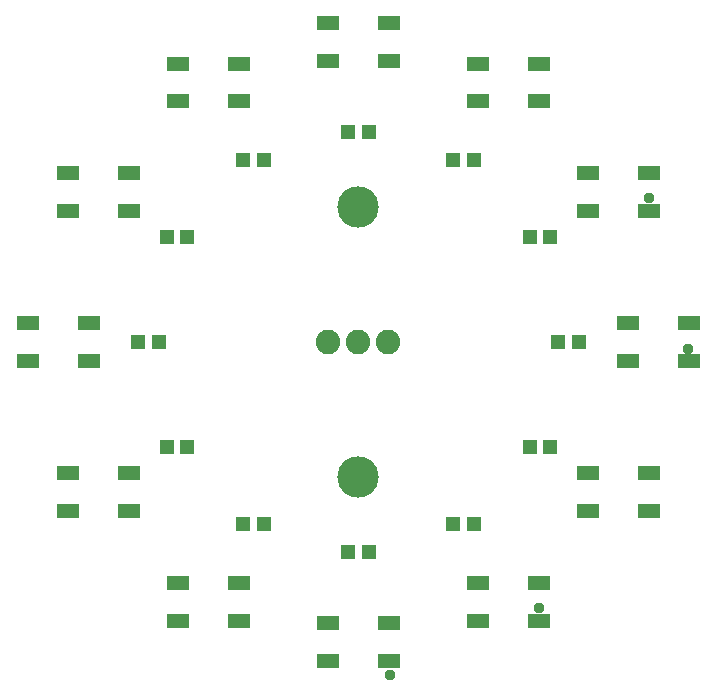
<source format=gbr>
G04 EAGLE Gerber RS-274X export*
G75*
%MOMM*%
%FSLAX34Y34*%
%LPD*%
%INSoldermask Top*%
%IPPOS*%
%AMOC8*
5,1,8,0,0,1.08239X$1,22.5*%
G01*
%ADD10R,1.303200X1.203200*%
%ADD11R,1.854200X1.203200*%
%ADD12C,2.082800*%
%ADD13C,3.505200*%
%ADD14C,0.959600*%


D10*
X423300Y254000D03*
X440300Y254000D03*
X245500Y76200D03*
X262500Y76200D03*
X334400Y100021D03*
X351400Y100021D03*
X399479Y165100D03*
X416479Y165100D03*
X399479Y342900D03*
X416479Y342900D03*
X334400Y407979D03*
X351400Y407979D03*
X245500Y431800D03*
X262500Y431800D03*
X156600Y407979D03*
X173600Y407979D03*
X91521Y342900D03*
X108521Y342900D03*
X67700Y254000D03*
X84700Y254000D03*
X91521Y165100D03*
X108521Y165100D03*
X156600Y100021D03*
X173600Y100021D03*
D11*
X533770Y238000D03*
X482230Y238000D03*
X482230Y270000D03*
X533770Y270000D03*
X279770Y-16000D03*
X228230Y-16000D03*
X228230Y16000D03*
X279770Y16000D03*
X406770Y18030D03*
X355230Y18030D03*
X355230Y50030D03*
X406770Y50030D03*
X499740Y111000D03*
X448200Y111000D03*
X448200Y143000D03*
X499740Y143000D03*
X499740Y365000D03*
X448200Y365000D03*
X448200Y397000D03*
X499740Y397000D03*
X406770Y457970D03*
X355230Y457970D03*
X355230Y489970D03*
X406770Y489970D03*
X279770Y492000D03*
X228230Y492000D03*
X228230Y524000D03*
X279770Y524000D03*
X152770Y457970D03*
X101230Y457970D03*
X101230Y489970D03*
X152770Y489970D03*
X59800Y365000D03*
X8260Y365000D03*
X8260Y397000D03*
X59800Y397000D03*
X25770Y238000D03*
X-25770Y238000D03*
X-25770Y270000D03*
X25770Y270000D03*
X59800Y111000D03*
X8260Y111000D03*
X8260Y143000D03*
X59800Y143000D03*
X152770Y18030D03*
X101230Y18030D03*
X101230Y50030D03*
X152770Y50030D03*
D12*
X228600Y254000D03*
X254000Y254000D03*
X279400Y254000D03*
D13*
X254000Y139700D03*
X254000Y368300D03*
D14*
X280416Y-27432D03*
X406908Y28956D03*
X533400Y248412D03*
X499872Y376428D03*
M02*

</source>
